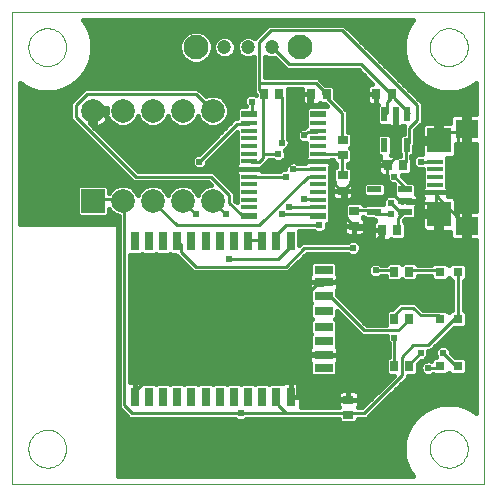
<source format=gtl>
G75*
%MOIN*%
%OFA0B0*%
%FSLAX24Y24*%
%IPPOS*%
%LPD*%
%AMOC8*
5,1,8,0,0,1.08239X$1,22.5*
%
%ADD10C,0.0000*%
%ADD11R,0.0276X0.0354*%
%ADD12R,0.0354X0.0276*%
%ADD13R,0.0531X0.0236*%
%ADD14R,0.0531X0.0157*%
%ADD15R,0.0315X0.0630*%
%ADD16R,0.0630X0.0315*%
%ADD17R,0.0472X0.0217*%
%ADD18R,0.0217X0.0472*%
%ADD19R,0.0748X0.0630*%
%ADD20R,0.0787X0.0827*%
%ADD21R,0.0315X0.0315*%
%ADD22C,0.0472*%
%ADD23C,0.0827*%
%ADD24R,0.0787X0.0787*%
%ADD25C,0.0787*%
%ADD26C,0.0100*%
%ADD27C,0.0240*%
%ADD28C,0.0160*%
D10*
X001361Y001361D02*
X001361Y017109D01*
X017109Y017109D01*
X017109Y001361D01*
X001361Y001361D01*
X001912Y002542D02*
X001914Y002592D01*
X001920Y002642D01*
X001930Y002691D01*
X001944Y002739D01*
X001961Y002786D01*
X001982Y002831D01*
X002007Y002875D01*
X002035Y002916D01*
X002067Y002955D01*
X002101Y002992D01*
X002138Y003026D01*
X002178Y003056D01*
X002220Y003083D01*
X002264Y003107D01*
X002310Y003128D01*
X002357Y003144D01*
X002405Y003157D01*
X002455Y003166D01*
X002504Y003171D01*
X002555Y003172D01*
X002605Y003169D01*
X002654Y003162D01*
X002703Y003151D01*
X002751Y003136D01*
X002797Y003118D01*
X002842Y003096D01*
X002885Y003070D01*
X002926Y003041D01*
X002965Y003009D01*
X003001Y002974D01*
X003033Y002936D01*
X003063Y002896D01*
X003090Y002853D01*
X003113Y002809D01*
X003132Y002763D01*
X003148Y002715D01*
X003160Y002666D01*
X003168Y002617D01*
X003172Y002567D01*
X003172Y002517D01*
X003168Y002467D01*
X003160Y002418D01*
X003148Y002369D01*
X003132Y002321D01*
X003113Y002275D01*
X003090Y002231D01*
X003063Y002188D01*
X003033Y002148D01*
X003001Y002110D01*
X002965Y002075D01*
X002926Y002043D01*
X002885Y002014D01*
X002842Y001988D01*
X002797Y001966D01*
X002751Y001948D01*
X002703Y001933D01*
X002654Y001922D01*
X002605Y001915D01*
X002555Y001912D01*
X002504Y001913D01*
X002455Y001918D01*
X002405Y001927D01*
X002357Y001940D01*
X002310Y001956D01*
X002264Y001977D01*
X002220Y002001D01*
X002178Y002028D01*
X002138Y002058D01*
X002101Y002092D01*
X002067Y002129D01*
X002035Y002168D01*
X002007Y002209D01*
X001982Y002253D01*
X001961Y002298D01*
X001944Y002345D01*
X001930Y002393D01*
X001920Y002442D01*
X001914Y002492D01*
X001912Y002542D01*
X001912Y015928D02*
X001914Y015978D01*
X001920Y016028D01*
X001930Y016077D01*
X001944Y016125D01*
X001961Y016172D01*
X001982Y016217D01*
X002007Y016261D01*
X002035Y016302D01*
X002067Y016341D01*
X002101Y016378D01*
X002138Y016412D01*
X002178Y016442D01*
X002220Y016469D01*
X002264Y016493D01*
X002310Y016514D01*
X002357Y016530D01*
X002405Y016543D01*
X002455Y016552D01*
X002504Y016557D01*
X002555Y016558D01*
X002605Y016555D01*
X002654Y016548D01*
X002703Y016537D01*
X002751Y016522D01*
X002797Y016504D01*
X002842Y016482D01*
X002885Y016456D01*
X002926Y016427D01*
X002965Y016395D01*
X003001Y016360D01*
X003033Y016322D01*
X003063Y016282D01*
X003090Y016239D01*
X003113Y016195D01*
X003132Y016149D01*
X003148Y016101D01*
X003160Y016052D01*
X003168Y016003D01*
X003172Y015953D01*
X003172Y015903D01*
X003168Y015853D01*
X003160Y015804D01*
X003148Y015755D01*
X003132Y015707D01*
X003113Y015661D01*
X003090Y015617D01*
X003063Y015574D01*
X003033Y015534D01*
X003001Y015496D01*
X002965Y015461D01*
X002926Y015429D01*
X002885Y015400D01*
X002842Y015374D01*
X002797Y015352D01*
X002751Y015334D01*
X002703Y015319D01*
X002654Y015308D01*
X002605Y015301D01*
X002555Y015298D01*
X002504Y015299D01*
X002455Y015304D01*
X002405Y015313D01*
X002357Y015326D01*
X002310Y015342D01*
X002264Y015363D01*
X002220Y015387D01*
X002178Y015414D01*
X002138Y015444D01*
X002101Y015478D01*
X002067Y015515D01*
X002035Y015554D01*
X002007Y015595D01*
X001982Y015639D01*
X001961Y015684D01*
X001944Y015731D01*
X001930Y015779D01*
X001920Y015828D01*
X001914Y015878D01*
X001912Y015928D01*
X015298Y015928D02*
X015300Y015978D01*
X015306Y016028D01*
X015316Y016077D01*
X015330Y016125D01*
X015347Y016172D01*
X015368Y016217D01*
X015393Y016261D01*
X015421Y016302D01*
X015453Y016341D01*
X015487Y016378D01*
X015524Y016412D01*
X015564Y016442D01*
X015606Y016469D01*
X015650Y016493D01*
X015696Y016514D01*
X015743Y016530D01*
X015791Y016543D01*
X015841Y016552D01*
X015890Y016557D01*
X015941Y016558D01*
X015991Y016555D01*
X016040Y016548D01*
X016089Y016537D01*
X016137Y016522D01*
X016183Y016504D01*
X016228Y016482D01*
X016271Y016456D01*
X016312Y016427D01*
X016351Y016395D01*
X016387Y016360D01*
X016419Y016322D01*
X016449Y016282D01*
X016476Y016239D01*
X016499Y016195D01*
X016518Y016149D01*
X016534Y016101D01*
X016546Y016052D01*
X016554Y016003D01*
X016558Y015953D01*
X016558Y015903D01*
X016554Y015853D01*
X016546Y015804D01*
X016534Y015755D01*
X016518Y015707D01*
X016499Y015661D01*
X016476Y015617D01*
X016449Y015574D01*
X016419Y015534D01*
X016387Y015496D01*
X016351Y015461D01*
X016312Y015429D01*
X016271Y015400D01*
X016228Y015374D01*
X016183Y015352D01*
X016137Y015334D01*
X016089Y015319D01*
X016040Y015308D01*
X015991Y015301D01*
X015941Y015298D01*
X015890Y015299D01*
X015841Y015304D01*
X015791Y015313D01*
X015743Y015326D01*
X015696Y015342D01*
X015650Y015363D01*
X015606Y015387D01*
X015564Y015414D01*
X015524Y015444D01*
X015487Y015478D01*
X015453Y015515D01*
X015421Y015554D01*
X015393Y015595D01*
X015368Y015639D01*
X015347Y015684D01*
X015330Y015731D01*
X015316Y015779D01*
X015306Y015828D01*
X015300Y015878D01*
X015298Y015928D01*
X015298Y002542D02*
X015300Y002592D01*
X015306Y002642D01*
X015316Y002691D01*
X015330Y002739D01*
X015347Y002786D01*
X015368Y002831D01*
X015393Y002875D01*
X015421Y002916D01*
X015453Y002955D01*
X015487Y002992D01*
X015524Y003026D01*
X015564Y003056D01*
X015606Y003083D01*
X015650Y003107D01*
X015696Y003128D01*
X015743Y003144D01*
X015791Y003157D01*
X015841Y003166D01*
X015890Y003171D01*
X015941Y003172D01*
X015991Y003169D01*
X016040Y003162D01*
X016089Y003151D01*
X016137Y003136D01*
X016183Y003118D01*
X016228Y003096D01*
X016271Y003070D01*
X016312Y003041D01*
X016351Y003009D01*
X016387Y002974D01*
X016419Y002936D01*
X016449Y002896D01*
X016476Y002853D01*
X016499Y002809D01*
X016518Y002763D01*
X016534Y002715D01*
X016546Y002666D01*
X016554Y002617D01*
X016558Y002567D01*
X016558Y002517D01*
X016554Y002467D01*
X016546Y002418D01*
X016534Y002369D01*
X016518Y002321D01*
X016499Y002275D01*
X016476Y002231D01*
X016449Y002188D01*
X016419Y002148D01*
X016387Y002110D01*
X016351Y002075D01*
X016312Y002043D01*
X016271Y002014D01*
X016228Y001988D01*
X016183Y001966D01*
X016137Y001948D01*
X016089Y001933D01*
X016040Y001922D01*
X015991Y001915D01*
X015941Y001912D01*
X015890Y001913D01*
X015841Y001918D01*
X015791Y001927D01*
X015743Y001940D01*
X015696Y001956D01*
X015650Y001977D01*
X015606Y002001D01*
X015564Y002028D01*
X015524Y002058D01*
X015487Y002092D01*
X015453Y002129D01*
X015421Y002168D01*
X015393Y002209D01*
X015368Y002253D01*
X015347Y002298D01*
X015330Y002345D01*
X015316Y002393D01*
X015306Y002442D01*
X015300Y002492D01*
X015298Y002542D01*
D11*
X014609Y005298D03*
X014097Y005298D03*
X014097Y006873D03*
X014609Y006873D03*
X014609Y008448D03*
X014097Y008448D03*
X014215Y009826D03*
X013704Y009826D03*
X013900Y011991D03*
X014412Y011991D03*
X014019Y014353D03*
X013507Y014353D03*
X011853Y014353D03*
X011341Y014353D03*
X010278Y014353D03*
X009767Y014353D03*
D12*
X012385Y012837D03*
X012385Y012326D03*
X012385Y011656D03*
X012385Y011145D03*
X012778Y010475D03*
X012778Y009963D03*
X012582Y004176D03*
X012582Y003664D03*
D13*
X011568Y010288D03*
X009265Y010288D03*
X009265Y013694D03*
X011568Y013694D03*
D14*
X011568Y013399D03*
X011568Y013143D03*
X011568Y012887D03*
X011568Y012631D03*
X011568Y012375D03*
X011568Y012119D03*
X011568Y011863D03*
X011568Y011607D03*
X011568Y011351D03*
X011568Y011095D03*
X011568Y010839D03*
X011568Y010584D03*
X009265Y010584D03*
X009265Y010839D03*
X009265Y011095D03*
X009265Y011351D03*
X009265Y011607D03*
X009265Y011863D03*
X009265Y012119D03*
X009265Y012375D03*
X009265Y012631D03*
X009265Y012887D03*
X009265Y013143D03*
X009265Y013399D03*
X015465Y012109D03*
X015465Y011853D03*
X015465Y011597D03*
X015465Y011341D03*
X015465Y011086D03*
D15*
X010652Y009471D03*
X010180Y009471D03*
X009708Y009471D03*
X009235Y009471D03*
X008763Y009471D03*
X008290Y009471D03*
X007818Y009471D03*
X007345Y009471D03*
X006873Y009471D03*
X006400Y009471D03*
X005928Y009471D03*
X005456Y009471D03*
X005456Y004274D03*
X005928Y004274D03*
X006400Y004274D03*
X006873Y004274D03*
X007345Y004274D03*
X007818Y004274D03*
X008290Y004274D03*
X008763Y004274D03*
X009235Y004274D03*
X009708Y004274D03*
X010180Y004274D03*
X010652Y004274D03*
D16*
X011755Y005250D03*
X011755Y005652D03*
X011755Y006125D03*
X011755Y006597D03*
X011755Y007149D03*
X011755Y007621D03*
X011755Y008093D03*
X011755Y008496D03*
D17*
X013448Y010436D03*
X013448Y011184D03*
X014471Y011184D03*
X014471Y010810D03*
X014471Y010436D03*
D18*
X014530Y012660D03*
X013782Y012660D03*
X013782Y013684D03*
X014156Y013684D03*
X014530Y013684D03*
D19*
X016519Y013211D03*
X016519Y009983D03*
D20*
X015593Y010377D03*
X015593Y012818D03*
D21*
X015633Y008448D03*
X016223Y008448D03*
X016223Y006873D03*
X015633Y006873D03*
X015633Y005298D03*
X016223Y005298D03*
D22*
X010023Y015928D03*
X009235Y015928D03*
X008448Y015928D03*
D23*
X007503Y015928D03*
X010967Y015928D03*
D24*
X004054Y010810D03*
D25*
X005054Y010810D03*
X006054Y010810D03*
X007054Y010810D03*
X008054Y010810D03*
X008054Y013810D03*
X007054Y013810D03*
X006054Y013810D03*
X005054Y013810D03*
X004054Y013810D03*
D26*
X004111Y013736D01*
X004361Y013736D01*
X006236Y011861D01*
X009236Y011861D01*
X009265Y011863D01*
X009361Y011861D01*
X010236Y011861D01*
X010861Y012486D01*
X011236Y012111D01*
X011486Y012111D01*
X011568Y012119D01*
X011611Y012111D01*
X011861Y012111D01*
X011986Y011986D01*
X011986Y011486D01*
X012361Y011111D01*
X012385Y011145D01*
X012486Y011236D01*
X013486Y012236D01*
X013611Y012236D01*
X013486Y012361D01*
X013486Y014236D01*
X013507Y014353D01*
X013861Y014111D02*
X013986Y014236D01*
X014019Y014353D01*
X013986Y014361D01*
X012986Y015361D01*
X010611Y015361D01*
X010111Y015861D01*
X010023Y015928D01*
X009611Y016111D02*
X009611Y014736D01*
X011486Y014736D01*
X011736Y014486D01*
X011736Y014361D01*
X011853Y014353D01*
X011861Y014236D01*
X012361Y013736D01*
X012361Y012861D01*
X012385Y012837D01*
X012361Y012361D02*
X012385Y012326D01*
X012361Y012236D01*
X012361Y011736D01*
X012385Y011656D01*
X012385Y011145D02*
X012486Y011111D01*
X012486Y010236D01*
X012736Y009986D01*
X012778Y009963D01*
X012861Y009861D01*
X013611Y009861D01*
X013704Y009826D01*
X013736Y009736D01*
X012111Y008111D01*
X011861Y008111D01*
X011755Y008093D01*
X011736Y007986D01*
X011486Y007986D01*
X010861Y007361D01*
X010861Y006361D01*
X010861Y005736D01*
X011736Y005736D01*
X011755Y005652D01*
X010861Y005736D02*
X010861Y004736D01*
X005736Y004736D01*
X005486Y004486D01*
X005486Y004361D01*
X005456Y004274D01*
X005111Y003986D02*
X005361Y003736D01*
X008986Y003736D01*
X010486Y003736D01*
X010236Y003986D01*
X010236Y004236D01*
X010180Y004274D01*
X010652Y004274D02*
X010736Y004236D01*
X010861Y004236D01*
X010861Y004736D01*
X010861Y004236D02*
X012486Y004236D01*
X012582Y004176D01*
X012611Y003736D02*
X012582Y003664D01*
X012486Y003736D01*
X010486Y003736D01*
X012611Y003736D02*
X013111Y003736D01*
X014361Y004986D01*
X014361Y005611D01*
X014736Y005986D01*
X015236Y005986D01*
X016111Y006861D01*
X016223Y006873D01*
X016236Y006986D01*
X016236Y008361D01*
X016223Y008448D01*
X015633Y008448D02*
X015611Y008486D01*
X014611Y008486D01*
X014609Y008448D01*
X014097Y008448D02*
X013986Y008486D01*
X013486Y008486D01*
X012736Y009236D02*
X011111Y009236D01*
X010486Y008611D01*
X007486Y008611D01*
X006986Y009111D01*
X006986Y009361D01*
X006873Y009471D01*
X006861Y009986D02*
X006111Y010736D01*
X006054Y010810D01*
X005486Y011611D02*
X003486Y013611D01*
X003486Y013986D01*
X003861Y014361D01*
X007486Y014361D01*
X007986Y013861D01*
X008054Y013810D01*
X008861Y013361D02*
X007611Y012111D01*
X007986Y011611D02*
X005486Y011611D01*
X004986Y010861D02*
X005054Y010810D01*
X005111Y010736D01*
X005111Y003986D01*
X008611Y008861D02*
X010236Y008861D01*
X010736Y009361D01*
X010652Y009471D01*
X010236Y009486D02*
X010180Y009471D01*
X010236Y009486D02*
X010236Y009736D01*
X010486Y009986D01*
X011611Y009986D01*
X011568Y010288D02*
X011486Y010361D01*
X010361Y010361D01*
X010611Y010611D02*
X011486Y010611D01*
X011568Y010584D01*
X011568Y010839D02*
X011486Y010861D01*
X011111Y010861D01*
X011236Y011611D02*
X009611Y009986D01*
X006861Y009986D01*
X007486Y010361D02*
X007111Y010736D01*
X007054Y010810D01*
X008054Y010810D02*
X008111Y010736D01*
X008486Y010361D01*
X008611Y010736D02*
X008611Y010986D01*
X007986Y011611D01*
X008611Y010736D02*
X008986Y010361D01*
X009236Y010361D01*
X009265Y010288D01*
X009236Y009486D02*
X009235Y009471D01*
X009236Y009486D02*
X009611Y009486D01*
X009708Y009471D01*
X009361Y011611D02*
X009265Y011607D01*
X009361Y011611D02*
X010486Y011611D01*
X010736Y011861D02*
X011486Y011861D01*
X011568Y011863D01*
X011568Y011607D02*
X011486Y011611D01*
X011236Y011611D01*
X011568Y012375D02*
X011611Y012361D01*
X012361Y012361D01*
X011568Y013143D02*
X011486Y013111D01*
X011236Y013111D01*
X011111Y012986D01*
X010861Y012486D02*
X010861Y013611D01*
X011236Y013986D01*
X011236Y014236D01*
X011341Y014353D01*
X010361Y014236D02*
X010278Y014353D01*
X010361Y014236D02*
X010361Y012736D01*
X010236Y012361D02*
X009736Y012361D01*
X009736Y014236D01*
X009767Y014353D01*
X009736Y014361D01*
X009611Y014486D01*
X009611Y014736D01*
X009361Y014111D02*
X009361Y013736D01*
X009265Y013694D01*
X009265Y013399D02*
X009236Y013361D01*
X008861Y013361D01*
X009736Y012361D02*
X009736Y012236D01*
X009611Y012111D01*
X009361Y012111D01*
X009265Y012119D01*
X012778Y010475D02*
X012861Y010486D01*
X013361Y010486D01*
X013448Y010436D01*
X013486Y010361D01*
X013986Y010361D01*
X014236Y010236D02*
X014236Y009861D01*
X014215Y009826D01*
X014236Y010236D02*
X014361Y010361D01*
X014471Y010436D01*
X014361Y010361D02*
X013986Y010736D01*
X014361Y010736D02*
X014471Y010810D01*
X014486Y010736D01*
X015486Y010736D01*
X015593Y010377D01*
X015486Y010486D01*
X015486Y010736D01*
X015486Y010986D01*
X016236Y010236D01*
X016519Y009983D01*
X016486Y009986D01*
X016236Y010236D01*
X016236Y012611D01*
X016236Y013111D01*
X016519Y013211D01*
X016486Y013111D01*
X016236Y013111D01*
X015861Y013111D01*
X015611Y012861D01*
X015593Y012818D01*
X015465Y012109D02*
X015361Y012111D01*
X014986Y012111D01*
X014486Y012111D02*
X014486Y012611D01*
X014530Y012660D01*
X014611Y012736D01*
X014611Y013236D01*
X014861Y013486D01*
X014861Y013986D01*
X012361Y016486D01*
X009986Y016486D01*
X009611Y016111D01*
X013611Y012236D02*
X013861Y011986D01*
X013900Y011991D01*
X013986Y012111D01*
X014111Y012236D01*
X014111Y013611D01*
X014156Y013684D01*
X013861Y013736D02*
X013782Y013684D01*
X013861Y013736D02*
X013861Y014111D01*
X014111Y014236D02*
X014019Y014353D01*
X014111Y014236D02*
X014611Y013736D01*
X014530Y013684D01*
X014486Y012111D02*
X014412Y011991D01*
X014111Y011611D02*
X014486Y011236D01*
X014471Y011184D01*
X014361Y010736D02*
X013861Y011236D01*
X013861Y011986D01*
X015465Y011086D02*
X015486Y011111D01*
X015486Y010986D01*
X011861Y007736D02*
X011755Y007621D01*
X011861Y007736D02*
X013111Y006486D01*
X014236Y006486D01*
X014486Y006736D01*
X014486Y006861D01*
X014609Y006873D01*
X014736Y007236D02*
X014361Y007236D01*
X014111Y006986D01*
X014097Y006873D01*
X014736Y007236D02*
X014986Y006986D01*
X015611Y006986D01*
X015633Y006873D01*
X015736Y005736D02*
X016111Y005361D01*
X016223Y005298D01*
X015633Y005298D02*
X015611Y005236D01*
X015236Y005236D01*
X014986Y005736D02*
X014611Y005361D01*
X014609Y005298D01*
X014111Y005361D02*
X014097Y005298D01*
X014111Y005361D02*
X014111Y006236D01*
X004986Y010861D02*
X004111Y010861D01*
X004054Y010810D01*
D27*
X007486Y010361D03*
X008486Y010361D03*
X008611Y008861D03*
X010361Y010361D03*
X010611Y010611D03*
X011111Y010861D03*
X010486Y011611D03*
X010736Y011861D03*
X010236Y012361D03*
X010361Y012736D03*
X011111Y012986D03*
X009361Y014111D03*
X007611Y012111D03*
X011611Y009986D03*
X012736Y009236D03*
X013486Y008486D03*
X013986Y010361D03*
X013986Y010736D03*
X014111Y011611D03*
X014986Y012111D03*
X016236Y012611D03*
X010861Y006361D03*
X008986Y003736D03*
X014111Y006236D03*
X014986Y005736D03*
X015236Y005236D03*
X015736Y005736D03*
D28*
X015996Y005745D02*
X015996Y005788D01*
X015957Y005883D01*
X015883Y005957D01*
X015788Y005996D01*
X015684Y005996D01*
X015589Y005957D01*
X015516Y005883D01*
X015476Y005788D01*
X015476Y005684D01*
X015513Y005596D01*
X015417Y005596D01*
X015335Y005514D01*
X015335Y005476D01*
X015288Y005496D01*
X015184Y005496D01*
X015089Y005457D01*
X015016Y005383D01*
X014976Y005288D01*
X014976Y005184D01*
X015016Y005089D01*
X015089Y005016D01*
X015184Y004976D01*
X015288Y004976D01*
X015383Y005016D01*
X015393Y005025D01*
X015417Y005001D01*
X015848Y005001D01*
X015928Y005080D01*
X016008Y005001D01*
X016439Y005001D01*
X016521Y005083D01*
X016521Y005514D01*
X016439Y005596D01*
X016145Y005596D01*
X015996Y005745D01*
X015991Y005799D02*
X016829Y005799D01*
X016829Y005641D02*
X016100Y005641D01*
X015881Y005958D02*
X016829Y005958D01*
X016829Y006116D02*
X015635Y006116D01*
X015591Y005958D02*
X015476Y005958D01*
X015426Y005907D02*
X016094Y006575D01*
X016439Y006575D01*
X016521Y006657D01*
X016521Y007088D01*
X016439Y007170D01*
X016426Y007170D01*
X016426Y008150D01*
X016439Y008150D01*
X016521Y008232D01*
X016521Y008663D01*
X016439Y008745D01*
X016008Y008745D01*
X015928Y008665D01*
X015848Y008745D01*
X015417Y008745D01*
X015348Y008676D01*
X014887Y008676D01*
X014887Y008683D01*
X014805Y008765D01*
X014413Y008765D01*
X014353Y008705D01*
X014293Y008765D01*
X013902Y008765D01*
X013820Y008683D01*
X013820Y008676D01*
X013664Y008676D01*
X013633Y008707D01*
X013538Y008746D01*
X013434Y008746D01*
X013339Y008707D01*
X013266Y008633D01*
X013226Y008538D01*
X013226Y008434D01*
X013266Y008339D01*
X013339Y008266D01*
X013434Y008226D01*
X013538Y008226D01*
X013633Y008266D01*
X013664Y008296D01*
X013820Y008296D01*
X013820Y008213D01*
X013902Y008131D01*
X014293Y008131D01*
X014353Y008191D01*
X014413Y008131D01*
X014805Y008131D01*
X014887Y008213D01*
X014887Y008296D01*
X015335Y008296D01*
X015335Y008232D01*
X015417Y008150D01*
X015848Y008150D01*
X015928Y008230D01*
X016008Y008150D01*
X016046Y008150D01*
X016046Y007170D01*
X016008Y007170D01*
X015928Y007091D01*
X015848Y007170D01*
X015696Y007170D01*
X015690Y007176D01*
X015669Y007176D01*
X015653Y007188D01*
X015593Y007176D01*
X015065Y007176D01*
X014926Y007315D01*
X014815Y007426D01*
X014282Y007426D01*
X014046Y007190D01*
X013902Y007190D01*
X013820Y007108D01*
X013820Y006676D01*
X013190Y006676D01*
X012210Y007656D01*
X012210Y007821D01*
X012214Y007825D01*
X012237Y007866D01*
X012250Y007912D01*
X012250Y008093D01*
X011755Y008093D01*
X011755Y008093D01*
X012250Y008093D01*
X012250Y008275D01*
X012237Y008320D01*
X012214Y008361D01*
X012210Y008365D01*
X012210Y008711D01*
X012128Y008793D01*
X011382Y008793D01*
X011300Y008711D01*
X011300Y008365D01*
X011296Y008361D01*
X011272Y008320D01*
X011260Y008275D01*
X011260Y008093D01*
X011260Y007912D01*
X011272Y007866D01*
X011296Y007825D01*
X011300Y007821D01*
X011300Y007405D01*
X011321Y007385D01*
X011300Y007364D01*
X011300Y006933D01*
X011360Y006873D01*
X011300Y006813D01*
X011300Y006382D01*
X011321Y006361D01*
X011300Y006340D01*
X011300Y005924D01*
X011296Y005920D01*
X011272Y005879D01*
X011260Y005834D01*
X011260Y005652D01*
X011260Y005471D01*
X011272Y005425D01*
X011296Y005384D01*
X011300Y005380D01*
X011300Y005035D01*
X011382Y004953D01*
X012128Y004953D01*
X012210Y005035D01*
X012210Y005380D01*
X012214Y005384D01*
X012237Y005425D01*
X012250Y005471D01*
X012250Y005652D01*
X011755Y005652D01*
X011755Y005652D01*
X012250Y005652D01*
X012250Y005834D01*
X012237Y005879D01*
X012214Y005920D01*
X012210Y005924D01*
X012210Y006340D01*
X012189Y006361D01*
X012210Y006382D01*
X012210Y006813D01*
X012150Y006873D01*
X012210Y006933D01*
X012210Y007119D01*
X013032Y006296D01*
X013855Y006296D01*
X013851Y006288D01*
X013851Y006184D01*
X013891Y006089D01*
X013921Y006058D01*
X013921Y005615D01*
X013902Y005615D01*
X013820Y005533D01*
X013820Y005063D01*
X013902Y004981D01*
X014087Y004981D01*
X013032Y003926D01*
X012901Y003926D01*
X012903Y003928D01*
X012926Y003969D01*
X012939Y004015D01*
X012939Y004176D01*
X012582Y004176D01*
X012582Y004176D01*
X012939Y004176D01*
X012939Y004338D01*
X012926Y004383D01*
X012903Y004424D01*
X012869Y004458D01*
X012828Y004482D01*
X012782Y004494D01*
X012582Y004494D01*
X012582Y004176D01*
X012582Y004176D01*
X012582Y004494D01*
X012381Y004494D01*
X012335Y004482D01*
X012294Y004458D01*
X012260Y004424D01*
X012237Y004383D01*
X012224Y004338D01*
X012224Y004176D01*
X012224Y004015D01*
X012237Y003969D01*
X012260Y003928D01*
X012262Y003926D01*
X010987Y003926D01*
X010990Y003936D01*
X010990Y004274D01*
X010652Y004274D01*
X010652Y004274D01*
X010652Y004275D02*
X010652Y004769D01*
X010471Y004769D01*
X010425Y004757D01*
X010384Y004733D01*
X010380Y004729D01*
X009965Y004729D01*
X009944Y004709D01*
X009923Y004729D01*
X009492Y004729D01*
X009471Y004709D01*
X009451Y004729D01*
X009020Y004729D01*
X008999Y004709D01*
X008978Y004729D01*
X008547Y004729D01*
X008526Y004709D01*
X008506Y004729D01*
X008075Y004729D01*
X008054Y004709D01*
X008033Y004729D01*
X007602Y004729D01*
X007582Y004709D01*
X007561Y004729D01*
X007130Y004729D01*
X007109Y004709D01*
X007088Y004729D01*
X006657Y004729D01*
X006637Y004709D01*
X006616Y004729D01*
X006185Y004729D01*
X006164Y004709D01*
X006144Y004729D01*
X005728Y004729D01*
X005724Y004733D01*
X005683Y004757D01*
X005637Y004769D01*
X005456Y004769D01*
X005456Y004275D01*
X005456Y004275D01*
X005456Y004769D01*
X005301Y004769D01*
X005301Y009016D01*
X005671Y009016D01*
X005692Y009037D01*
X005713Y009016D01*
X006144Y009016D01*
X006164Y009037D01*
X006185Y009016D01*
X006616Y009016D01*
X006637Y009037D01*
X006657Y009016D01*
X006812Y009016D01*
X006907Y008921D01*
X007407Y008421D01*
X010565Y008421D01*
X010676Y008532D01*
X011190Y009046D01*
X012558Y009046D01*
X012589Y009016D01*
X012684Y008976D01*
X012788Y008976D01*
X012883Y009016D01*
X012957Y009089D01*
X012996Y009184D01*
X012996Y009288D01*
X012957Y009383D01*
X012883Y009457D01*
X012788Y009496D01*
X012684Y009496D01*
X012589Y009457D01*
X012558Y009426D01*
X011032Y009426D01*
X010950Y009344D01*
X010950Y009796D01*
X011433Y009796D01*
X011464Y009766D01*
X011559Y009726D01*
X011663Y009726D01*
X011758Y009766D01*
X011832Y009839D01*
X011871Y009934D01*
X011871Y010030D01*
X011892Y010030D01*
X011974Y010112D01*
X011974Y011926D01*
X011978Y011930D01*
X012001Y011971D01*
X012014Y012017D01*
X012014Y012119D01*
X012014Y012171D01*
X012068Y012171D01*
X012068Y012130D01*
X012150Y012048D01*
X012171Y012048D01*
X012171Y011934D01*
X012150Y011934D01*
X012068Y011852D01*
X012068Y011461D01*
X012100Y011428D01*
X012097Y011426D01*
X012064Y011393D01*
X012040Y011352D01*
X012028Y011306D01*
X012028Y011145D01*
X012385Y011145D01*
X012742Y011145D01*
X012742Y011306D01*
X012730Y011352D01*
X012706Y011393D01*
X012672Y011426D01*
X012669Y011428D01*
X012702Y011461D01*
X012702Y011852D01*
X012620Y011934D01*
X012551Y011934D01*
X012551Y012048D01*
X012620Y012048D01*
X012702Y012130D01*
X012702Y012521D01*
X012642Y012582D01*
X012702Y012642D01*
X012702Y013033D01*
X012620Y013115D01*
X012551Y013115D01*
X012551Y013815D01*
X012131Y014235D01*
X012131Y014588D01*
X012049Y014670D01*
X011821Y014670D01*
X011676Y014815D01*
X011565Y014926D01*
X009801Y014926D01*
X009801Y015617D01*
X009809Y015609D01*
X009948Y015552D01*
X010097Y015552D01*
X010136Y015568D01*
X010532Y015171D01*
X012907Y015171D01*
X013368Y014710D01*
X013345Y014710D01*
X013299Y014698D01*
X013258Y014674D01*
X013225Y014641D01*
X013201Y014600D01*
X013189Y014554D01*
X013189Y014353D01*
X013189Y014152D01*
X013201Y014107D01*
X013225Y014066D01*
X013258Y014032D01*
X013299Y014008D01*
X013345Y013996D01*
X013507Y013996D01*
X013552Y013996D01*
X013534Y013978D01*
X013534Y013390D01*
X013616Y013308D01*
X013934Y013308D01*
X013938Y013304D01*
X013979Y013280D01*
X014024Y013268D01*
X014156Y013268D01*
X014156Y013684D01*
X014156Y013684D01*
X014156Y013268D01*
X014288Y013268D01*
X014334Y013280D01*
X014375Y013304D01*
X014379Y013308D01*
X014421Y013308D01*
X014421Y013037D01*
X014364Y013037D01*
X014282Y012955D01*
X014282Y012366D01*
X014296Y012352D01*
X014296Y012308D01*
X014216Y012308D01*
X014184Y012276D01*
X014182Y012279D01*
X014149Y012312D01*
X014108Y012336D01*
X014062Y012348D01*
X014013Y012348D01*
X014031Y012366D01*
X014031Y012955D01*
X013949Y013037D01*
X013616Y013037D01*
X013534Y012955D01*
X013534Y012366D01*
X013616Y012284D01*
X013624Y012284D01*
X013619Y012279D01*
X013595Y012238D01*
X013583Y012192D01*
X013583Y011991D01*
X013583Y011790D01*
X013595Y011744D01*
X013619Y011703D01*
X013652Y011670D01*
X013693Y011646D01*
X013739Y011634D01*
X013851Y011634D01*
X013851Y011559D01*
X013891Y011464D01*
X013964Y011391D01*
X014059Y011351D01*
X014096Y011351D01*
X014095Y011350D01*
X014095Y011033D01*
X014091Y011029D01*
X014067Y010988D01*
X014066Y010984D01*
X014038Y010996D01*
X013934Y010996D01*
X013839Y010957D01*
X013766Y010883D01*
X013726Y010788D01*
X013726Y010684D01*
X013398Y010684D01*
X013388Y010690D01*
X013367Y010684D01*
X013154Y010684D01*
X013145Y010676D01*
X013091Y010676D01*
X013014Y010753D01*
X012543Y010753D01*
X012461Y010671D01*
X012461Y010279D01*
X012494Y010247D01*
X012491Y010245D01*
X012457Y010212D01*
X012434Y010171D01*
X012421Y010125D01*
X012421Y009963D01*
X012421Y009802D01*
X012434Y009756D01*
X012457Y009715D01*
X012491Y009682D01*
X012532Y009658D01*
X012578Y009646D01*
X012778Y009646D01*
X012778Y009963D01*
X012778Y009963D01*
X012421Y009963D01*
X012778Y009963D01*
X012778Y009963D01*
X012778Y009646D01*
X012979Y009646D01*
X013025Y009658D01*
X013066Y009682D01*
X013100Y009715D01*
X013123Y009756D01*
X013136Y009802D01*
X013136Y009963D01*
X012778Y009963D01*
X012778Y009963D01*
X013136Y009963D01*
X013136Y010125D01*
X013123Y010171D01*
X013100Y010212D01*
X013066Y010245D01*
X013063Y010247D01*
X013079Y010263D01*
X013154Y010188D01*
X013391Y010188D01*
X013407Y010171D01*
X013456Y010171D01*
X013483Y010163D01*
X013455Y010147D01*
X013422Y010113D01*
X013398Y010072D01*
X013386Y010027D01*
X013386Y009826D01*
X013704Y009826D01*
X013704Y009469D01*
X013865Y009469D01*
X013911Y009481D01*
X013952Y009504D01*
X013985Y009538D01*
X013987Y009541D01*
X014020Y009509D01*
X014411Y009509D01*
X014493Y009591D01*
X014493Y010061D01*
X014426Y010128D01*
X014426Y010157D01*
X014456Y010188D01*
X014766Y010188D01*
X014848Y010270D01*
X014848Y010587D01*
X014852Y010591D01*
X014875Y010632D01*
X014888Y010678D01*
X014888Y010810D01*
X014888Y010942D01*
X014875Y010988D01*
X014852Y011029D01*
X014848Y011033D01*
X014848Y011350D01*
X014766Y011432D01*
X014559Y011432D01*
X014371Y011620D01*
X014371Y011663D01*
X014367Y011674D01*
X014608Y011674D01*
X014690Y011756D01*
X014690Y012226D01*
X014676Y012240D01*
X014676Y012284D01*
X014697Y012284D01*
X014779Y012366D01*
X014779Y012633D01*
X014799Y012651D01*
X014799Y012655D01*
X014801Y012657D01*
X014801Y012733D01*
X014803Y012809D01*
X014801Y012811D01*
X014801Y013157D01*
X014940Y013296D01*
X015051Y013407D01*
X015161Y013407D01*
X015176Y013411D02*
X015130Y013399D01*
X015089Y013375D01*
X015056Y013342D01*
X015032Y013301D01*
X015020Y013255D01*
X015020Y012898D01*
X015513Y012898D01*
X015513Y012738D01*
X015020Y012738D01*
X015020Y012381D01*
X015022Y012371D01*
X014934Y012371D01*
X014839Y012332D01*
X014766Y012258D01*
X014726Y012163D01*
X014726Y012059D01*
X014766Y011964D01*
X014839Y011891D01*
X014934Y011851D01*
X015038Y011851D01*
X015060Y011860D01*
X015060Y011716D01*
X015060Y011279D01*
X015056Y011275D01*
X015032Y011234D01*
X015020Y011188D01*
X014848Y011188D01*
X014851Y011030D02*
X015020Y011030D01*
X015020Y010983D02*
X015032Y010937D01*
X015054Y010899D01*
X015032Y010860D01*
X015020Y010814D01*
X015020Y010457D01*
X015513Y010457D01*
X015513Y010297D01*
X015020Y010297D01*
X015020Y009940D01*
X015032Y009894D01*
X015056Y009853D01*
X015089Y009819D01*
X015130Y009796D01*
X015176Y009783D01*
X015513Y009783D01*
X015513Y010297D01*
X015673Y010297D01*
X015673Y009783D01*
X015965Y009783D01*
X015965Y009644D01*
X015977Y009599D01*
X016001Y009558D01*
X016034Y009524D01*
X016075Y009500D01*
X016121Y009488D01*
X016441Y009488D01*
X016441Y009906D01*
X016596Y009906D01*
X016596Y009488D01*
X016829Y009488D01*
X016829Y003747D01*
X016786Y003780D01*
X016783Y003790D01*
X016743Y003811D01*
X016708Y003838D01*
X016697Y003836D01*
X016601Y003889D01*
X016596Y003899D01*
X016555Y003914D01*
X016515Y003936D01*
X016505Y003933D01*
X016402Y003971D01*
X016396Y003980D01*
X016353Y003989D01*
X016311Y004005D01*
X016302Y004001D01*
X016194Y004024D01*
X016187Y004032D01*
X016143Y004035D01*
X016099Y004045D01*
X016090Y004039D01*
X015980Y004047D01*
X015972Y004054D01*
X015928Y004050D01*
X015884Y004054D01*
X015876Y004047D01*
X015766Y004039D01*
X015757Y004045D01*
X015713Y004035D01*
X015669Y004032D01*
X015662Y004024D01*
X015554Y004001D01*
X015545Y004005D01*
X015503Y003989D01*
X015460Y003980D01*
X015454Y003971D01*
X015351Y003933D01*
X015341Y003936D01*
X015301Y003914D01*
X015260Y003899D01*
X015255Y003889D01*
X015159Y003836D01*
X015148Y003838D01*
X015113Y003811D01*
X015073Y003790D01*
X015071Y003780D01*
X014982Y003714D01*
X014972Y003714D01*
X014940Y003682D01*
X014905Y003655D01*
X014903Y003645D01*
X014825Y003567D01*
X014815Y003566D01*
X014788Y003530D01*
X014757Y003498D01*
X014757Y003488D01*
X014691Y003400D01*
X014681Y003397D01*
X014659Y003358D01*
X014632Y003322D01*
X014634Y003312D01*
X014581Y003215D01*
X014572Y003211D01*
X014556Y003169D01*
X014535Y003130D01*
X014538Y003120D01*
X014499Y003016D01*
X014490Y003011D01*
X014481Y002967D01*
X014465Y002925D01*
X014470Y002916D01*
X014446Y002808D01*
X014438Y002801D01*
X014435Y002757D01*
X014426Y002713D01*
X014431Y002704D01*
X014423Y002595D01*
X014417Y002587D01*
X014420Y002542D01*
X014417Y002498D01*
X014423Y002490D01*
X014431Y002380D01*
X014426Y002371D01*
X014435Y002328D01*
X014438Y002283D01*
X014446Y002276D01*
X014470Y002169D01*
X014465Y002159D01*
X014481Y002117D01*
X014490Y002074D01*
X014499Y002068D01*
X014538Y001965D01*
X014535Y001955D01*
X014556Y001916D01*
X014572Y001874D01*
X014581Y001870D01*
X014634Y001773D01*
X014632Y001762D01*
X014659Y001727D01*
X014681Y001688D01*
X014691Y001685D01*
X014723Y001641D01*
X004904Y001641D01*
X004904Y010023D01*
X001641Y010023D01*
X001641Y014723D01*
X001685Y014691D01*
X001688Y014681D01*
X001727Y014659D01*
X001762Y014632D01*
X001773Y014634D01*
X001870Y014581D01*
X001874Y014572D01*
X001916Y014556D01*
X001955Y014535D01*
X001965Y014538D01*
X002068Y014499D01*
X002074Y014490D01*
X002117Y014481D01*
X002159Y014465D01*
X002169Y014470D01*
X002276Y014446D01*
X002283Y014438D01*
X002328Y014435D01*
X002371Y014426D01*
X002380Y014431D01*
X002490Y014423D01*
X002498Y014417D01*
X002542Y014420D01*
X002587Y014417D01*
X002595Y014423D01*
X002704Y014431D01*
X002713Y014426D01*
X002757Y014435D01*
X002801Y014438D01*
X002808Y014446D01*
X002916Y014470D01*
X002925Y014465D01*
X002967Y014481D01*
X003011Y014490D01*
X003016Y014499D01*
X003120Y014538D01*
X003130Y014535D01*
X003169Y014556D01*
X003211Y014572D01*
X003215Y014581D01*
X003312Y014634D01*
X003322Y014632D01*
X003358Y014659D01*
X003397Y014681D01*
X003400Y014691D01*
X003488Y014757D01*
X003498Y014757D01*
X003530Y014788D01*
X003566Y014815D01*
X003567Y014825D01*
X003645Y014903D01*
X003655Y014905D01*
X003682Y014940D01*
X003714Y014972D01*
X003714Y014982D01*
X003780Y015071D01*
X003790Y015073D01*
X003811Y015113D01*
X003838Y015148D01*
X003836Y015159D01*
X003889Y015255D01*
X003899Y015260D01*
X003914Y015301D01*
X003936Y015341D01*
X003933Y015351D01*
X003971Y015454D01*
X003980Y015460D01*
X003989Y015503D01*
X004005Y015545D01*
X004001Y015554D01*
X004024Y015662D01*
X004032Y015669D01*
X004035Y015713D01*
X004045Y015757D01*
X004039Y015766D01*
X004047Y015876D01*
X004054Y015884D01*
X004050Y015928D01*
X004054Y015972D01*
X004047Y015980D01*
X004039Y016090D01*
X004045Y016099D01*
X004035Y016143D01*
X004032Y016187D01*
X004024Y016194D01*
X004001Y016302D01*
X004005Y016311D01*
X003989Y016353D01*
X003980Y016396D01*
X003971Y016402D01*
X003933Y016505D01*
X003936Y016515D01*
X003914Y016555D01*
X003899Y016596D01*
X003889Y016601D01*
X003836Y016697D01*
X003838Y016708D01*
X003811Y016743D01*
X003790Y016783D01*
X003780Y016786D01*
X003747Y016829D01*
X014723Y016829D01*
X014691Y016786D01*
X014681Y016783D01*
X014659Y016743D01*
X014632Y016708D01*
X014634Y016697D01*
X014581Y016601D01*
X014572Y016596D01*
X014556Y016555D01*
X014535Y016515D01*
X014538Y016505D01*
X014499Y016402D01*
X014490Y016396D01*
X014481Y016353D01*
X014465Y016311D01*
X014470Y016302D01*
X014446Y016194D01*
X014438Y016187D01*
X014435Y016143D01*
X014426Y016099D01*
X014431Y016090D01*
X014423Y015980D01*
X014417Y015972D01*
X014420Y015928D01*
X014417Y015884D01*
X014423Y015876D01*
X014431Y015766D01*
X014426Y015757D01*
X014435Y015713D01*
X014438Y015669D01*
X014446Y015662D01*
X014470Y015554D01*
X014465Y015545D01*
X014481Y015503D01*
X014490Y015460D01*
X014499Y015454D01*
X014538Y015351D01*
X014535Y015341D01*
X014556Y015301D01*
X014572Y015260D01*
X014581Y015255D01*
X014634Y015159D01*
X014632Y015148D01*
X014659Y015113D01*
X014681Y015073D01*
X014691Y015071D01*
X014757Y014982D01*
X014757Y014972D01*
X014788Y014940D01*
X014815Y014905D01*
X014825Y014903D01*
X014903Y014825D01*
X014905Y014815D01*
X014940Y014788D01*
X014972Y014757D01*
X014982Y014757D01*
X015071Y014691D01*
X015073Y014681D01*
X015113Y014659D01*
X015148Y014632D01*
X015159Y014634D01*
X015255Y014581D01*
X015260Y014572D01*
X015301Y014556D01*
X015341Y014535D01*
X015351Y014538D01*
X015454Y014499D01*
X015460Y014490D01*
X015503Y014481D01*
X015545Y014465D01*
X015554Y014470D01*
X015662Y014446D01*
X015669Y014438D01*
X015713Y014435D01*
X015757Y014426D01*
X015766Y014431D01*
X015876Y014423D01*
X015884Y014417D01*
X015928Y014420D01*
X015972Y014417D01*
X015980Y014423D01*
X016090Y014431D01*
X016099Y014426D01*
X016143Y014435D01*
X016187Y014438D01*
X016194Y014446D01*
X016302Y014470D01*
X016311Y014465D01*
X016353Y014481D01*
X016396Y014490D01*
X016402Y014499D01*
X016505Y014538D01*
X016515Y014535D01*
X016555Y014556D01*
X016596Y014572D01*
X016601Y014581D01*
X016697Y014634D01*
X016708Y014632D01*
X016743Y014659D01*
X016783Y014681D01*
X016786Y014691D01*
X016829Y014723D01*
X016829Y013706D01*
X016596Y013706D01*
X016596Y013289D01*
X016441Y013289D01*
X016441Y013706D01*
X016121Y013706D01*
X016075Y013694D01*
X016034Y013670D01*
X016001Y013637D01*
X015977Y013596D01*
X015965Y013550D01*
X015965Y013411D01*
X015673Y013411D01*
X015673Y012898D01*
X015513Y012898D01*
X015513Y013411D01*
X015176Y013411D01*
X015051Y013407D02*
X015051Y014065D01*
X012551Y016565D01*
X012440Y016676D01*
X009907Y016676D01*
X009532Y016301D01*
X009463Y016232D01*
X009448Y016247D01*
X009310Y016304D01*
X009160Y016304D01*
X009022Y016247D01*
X008916Y016141D01*
X008859Y016003D01*
X008859Y015853D01*
X008916Y015715D01*
X009022Y015609D01*
X009160Y015552D01*
X009310Y015552D01*
X009421Y015598D01*
X009421Y014407D01*
X009489Y014340D01*
X009489Y014340D01*
X009413Y014371D01*
X009309Y014371D01*
X009214Y014332D01*
X009141Y014258D01*
X009101Y014163D01*
X009101Y014059D01*
X009141Y013964D01*
X009153Y013952D01*
X008941Y013952D01*
X008859Y013870D01*
X008859Y013551D01*
X008782Y013551D01*
X007602Y012371D01*
X007559Y012371D01*
X007464Y012332D01*
X007391Y012258D01*
X007351Y012163D01*
X007351Y012059D01*
X007391Y011964D01*
X007464Y011891D01*
X007559Y011851D01*
X007663Y011851D01*
X007758Y011891D01*
X007832Y011964D01*
X007871Y012059D01*
X007871Y012102D01*
X008859Y013090D01*
X008859Y013090D01*
X008859Y012056D01*
X008855Y012052D01*
X008831Y012011D01*
X008819Y011966D01*
X008819Y011863D01*
X008819Y011761D01*
X008831Y011715D01*
X008855Y011674D01*
X008859Y011670D01*
X008859Y010757D01*
X008801Y010815D01*
X008801Y011065D01*
X008176Y011690D01*
X008065Y011801D01*
X005565Y011801D01*
X003974Y013392D01*
X003974Y013730D01*
X004134Y013730D01*
X004134Y013890D01*
X004520Y013890D01*
X004520Y013730D01*
X004134Y013730D01*
X004134Y013242D01*
X004188Y013250D01*
X004274Y013278D01*
X004355Y013319D01*
X004428Y013372D01*
X004492Y013436D01*
X004545Y013509D01*
X004576Y013570D01*
X004602Y013508D01*
X004752Y013357D01*
X004948Y013276D01*
X005160Y013276D01*
X005356Y013357D01*
X005506Y013508D01*
X005554Y013622D01*
X005602Y013508D01*
X005752Y013357D01*
X005948Y013276D01*
X006160Y013276D01*
X006356Y013357D01*
X006506Y013508D01*
X006554Y013622D01*
X006602Y013508D01*
X006752Y013357D01*
X006948Y013276D01*
X007160Y013276D01*
X007356Y013357D01*
X007506Y013508D01*
X007554Y013622D01*
X007602Y013508D01*
X007752Y013357D01*
X007948Y013276D01*
X008160Y013276D01*
X008356Y013357D01*
X008506Y013508D01*
X008588Y013704D01*
X008588Y013916D01*
X008506Y014112D01*
X008356Y014262D01*
X008160Y014344D01*
X007948Y014344D01*
X007824Y014292D01*
X007565Y014551D01*
X003782Y014551D01*
X003671Y014440D01*
X003296Y014065D01*
X003296Y013532D01*
X003407Y013421D01*
X005407Y011421D01*
X007907Y011421D01*
X007985Y011344D01*
X007948Y011344D01*
X007752Y011262D01*
X007602Y011112D01*
X007554Y010997D01*
X007506Y011112D01*
X007356Y011262D01*
X007160Y011344D01*
X006948Y011344D01*
X006752Y011262D01*
X006602Y011112D01*
X006554Y010997D01*
X006506Y011112D01*
X006356Y011262D01*
X006160Y011344D01*
X005948Y011344D01*
X005752Y011262D01*
X005602Y011112D01*
X005554Y010997D01*
X005506Y011112D01*
X005356Y011262D01*
X005160Y011344D01*
X004948Y011344D01*
X004752Y011262D01*
X004602Y011112D01*
X004588Y011079D01*
X004588Y011262D01*
X004506Y011344D01*
X003602Y011344D01*
X003520Y011262D01*
X003520Y010358D01*
X003602Y010276D01*
X004506Y010276D01*
X004588Y010358D01*
X004588Y010541D01*
X004602Y010508D01*
X004752Y010357D01*
X004921Y010287D01*
X004921Y003907D01*
X005171Y003657D01*
X005282Y003546D01*
X008808Y003546D01*
X008839Y003516D01*
X008934Y003476D01*
X009038Y003476D01*
X009133Y003516D01*
X009164Y003546D01*
X012264Y003546D01*
X012264Y003468D01*
X012346Y003386D01*
X012817Y003386D01*
X012899Y003468D01*
X012899Y003546D01*
X013190Y003546D01*
X013301Y003657D01*
X014551Y004907D01*
X014551Y004981D01*
X014805Y004981D01*
X014887Y005063D01*
X014887Y005368D01*
X014995Y005476D01*
X015038Y005476D01*
X015133Y005516D01*
X015207Y005589D01*
X015246Y005684D01*
X015246Y005788D01*
X015243Y005796D01*
X015315Y005796D01*
X015426Y005907D01*
X015481Y005799D02*
X015318Y005799D01*
X015228Y005641D02*
X015494Y005641D01*
X015335Y005482D02*
X015322Y005482D01*
X015151Y005482D02*
X015052Y005482D01*
X014991Y005324D02*
X014887Y005324D01*
X014887Y005165D02*
X014984Y005165D01*
X015111Y005007D02*
X014831Y005007D01*
X014492Y004848D02*
X016829Y004848D01*
X016829Y004690D02*
X014333Y004690D01*
X014175Y004531D02*
X016829Y004531D01*
X016829Y004373D02*
X014016Y004373D01*
X013858Y004214D02*
X016829Y004214D01*
X016829Y004056D02*
X013699Y004056D01*
X013541Y003897D02*
X015259Y003897D01*
X015016Y003739D02*
X013382Y003739D01*
X013224Y003580D02*
X014838Y003580D01*
X014707Y003422D02*
X012852Y003422D01*
X012311Y003422D02*
X004904Y003422D01*
X004904Y003580D02*
X005248Y003580D01*
X005090Y003739D02*
X004904Y003739D01*
X004904Y003897D02*
X004931Y003897D01*
X004921Y004056D02*
X004904Y004056D01*
X004904Y004214D02*
X004921Y004214D01*
X004904Y004373D02*
X004921Y004373D01*
X004904Y004531D02*
X004921Y004531D01*
X004904Y004690D02*
X004921Y004690D01*
X004904Y004848D02*
X004921Y004848D01*
X004904Y005007D02*
X004921Y005007D01*
X004904Y005165D02*
X004921Y005165D01*
X004904Y005324D02*
X004921Y005324D01*
X004904Y005482D02*
X004921Y005482D01*
X004904Y005641D02*
X004921Y005641D01*
X004904Y005799D02*
X004921Y005799D01*
X004904Y005958D02*
X004921Y005958D01*
X004904Y006116D02*
X004921Y006116D01*
X004904Y006275D02*
X004921Y006275D01*
X004904Y006433D02*
X004921Y006433D01*
X004904Y006592D02*
X004921Y006592D01*
X004904Y006750D02*
X004921Y006750D01*
X004904Y006909D02*
X004921Y006909D01*
X004904Y007067D02*
X004921Y007067D01*
X004904Y007226D02*
X004921Y007226D01*
X004904Y007384D02*
X004921Y007384D01*
X004904Y007543D02*
X004921Y007543D01*
X004904Y007701D02*
X004921Y007701D01*
X004904Y007860D02*
X004921Y007860D01*
X004904Y008018D02*
X004921Y008018D01*
X004904Y008177D02*
X004921Y008177D01*
X004904Y008335D02*
X004921Y008335D01*
X004904Y008494D02*
X004921Y008494D01*
X004904Y008652D02*
X004921Y008652D01*
X004904Y008811D02*
X004921Y008811D01*
X004904Y008969D02*
X004921Y008969D01*
X004904Y009128D02*
X004921Y009128D01*
X004904Y009286D02*
X004921Y009286D01*
X004904Y009445D02*
X004921Y009445D01*
X004904Y009603D02*
X004921Y009603D01*
X004904Y009762D02*
X004921Y009762D01*
X004904Y009920D02*
X004921Y009920D01*
X004921Y010079D02*
X001641Y010079D01*
X001641Y010237D02*
X004921Y010237D01*
X004714Y010396D02*
X004588Y010396D01*
X004588Y011188D02*
X004677Y011188D01*
X005165Y011664D02*
X001641Y011664D01*
X001641Y011822D02*
X005006Y011822D01*
X004848Y011981D02*
X001641Y011981D01*
X001641Y012139D02*
X004689Y012139D01*
X004531Y012298D02*
X001641Y012298D01*
X001641Y012456D02*
X004372Y012456D01*
X004214Y012615D02*
X001641Y012615D01*
X001641Y012773D02*
X004055Y012773D01*
X003897Y012932D02*
X001641Y012932D01*
X001641Y013090D02*
X003738Y013090D01*
X003580Y013249D02*
X001641Y013249D01*
X001641Y013407D02*
X003421Y013407D01*
X003296Y013566D02*
X001641Y013566D01*
X001641Y013724D02*
X003296Y013724D01*
X003296Y013883D02*
X001641Y013883D01*
X001641Y014041D02*
X003296Y014041D01*
X003431Y014200D02*
X001641Y014200D01*
X001641Y014358D02*
X003589Y014358D01*
X003748Y014517D02*
X003063Y014517D01*
X003387Y014675D02*
X009421Y014675D01*
X009421Y014517D02*
X007599Y014517D01*
X007758Y014358D02*
X009278Y014358D01*
X009444Y014358D02*
X009470Y014358D01*
X009116Y014200D02*
X008419Y014200D01*
X008536Y014041D02*
X009109Y014041D01*
X008872Y013883D02*
X008588Y013883D01*
X008588Y013724D02*
X008859Y013724D01*
X008859Y013566D02*
X008530Y013566D01*
X008638Y013407D02*
X008406Y013407D01*
X008480Y013249D02*
X004177Y013249D01*
X004134Y013249D02*
X004117Y013249D01*
X004134Y013407D02*
X003974Y013407D01*
X003974Y013566D02*
X004134Y013566D01*
X004134Y013724D02*
X003974Y013724D01*
X004134Y013883D02*
X004520Y013883D01*
X004573Y013566D02*
X004578Y013566D01*
X004463Y013407D02*
X004702Y013407D01*
X004276Y013090D02*
X008321Y013090D01*
X008163Y012932D02*
X004434Y012932D01*
X004593Y012773D02*
X008004Y012773D01*
X007846Y012615D02*
X004751Y012615D01*
X004910Y012456D02*
X007687Y012456D01*
X007430Y012298D02*
X005068Y012298D01*
X005227Y012139D02*
X007351Y012139D01*
X007384Y011981D02*
X005385Y011981D01*
X005544Y011822D02*
X008819Y011822D01*
X008819Y011863D02*
X009265Y011863D01*
X009265Y011863D01*
X009710Y011863D01*
X009710Y011801D01*
X010308Y011801D01*
X010339Y011832D01*
X010434Y011871D01*
X010476Y011871D01*
X010476Y011913D01*
X010516Y012008D01*
X010589Y012082D01*
X010684Y012121D01*
X010788Y012121D01*
X010883Y012082D01*
X010914Y012051D01*
X011122Y012051D01*
X011122Y012119D01*
X011568Y012119D01*
X012014Y012119D01*
X011568Y012119D01*
X011568Y012119D01*
X011568Y012119D01*
X011122Y012119D01*
X011122Y012221D01*
X011134Y012267D01*
X011158Y012308D01*
X011162Y012312D01*
X011162Y012726D01*
X011059Y012726D01*
X010964Y012766D01*
X010891Y012839D01*
X010851Y012934D01*
X010851Y013038D01*
X010891Y013133D01*
X010964Y013207D01*
X011059Y013246D01*
X011102Y013246D01*
X011157Y013301D01*
X011162Y013301D01*
X011162Y013870D01*
X011244Y013952D01*
X011877Y013952D01*
X011792Y014036D01*
X011657Y014036D01*
X011625Y014069D01*
X011623Y014066D01*
X011590Y014032D01*
X011549Y014008D01*
X011503Y013996D01*
X011341Y013996D01*
X011341Y014353D01*
X011024Y014353D01*
X011024Y014152D01*
X011036Y014107D01*
X011060Y014066D01*
X011093Y014032D01*
X011134Y014008D01*
X011180Y013996D01*
X011341Y013996D01*
X011341Y014353D01*
X011341Y014353D01*
X011341Y014353D01*
X011024Y014353D01*
X011024Y014546D01*
X010556Y014546D01*
X010556Y014289D01*
X010562Y014281D01*
X010556Y014250D01*
X010556Y014118D01*
X010551Y014113D01*
X010551Y012914D01*
X010582Y012883D01*
X010621Y012788D01*
X010621Y012684D01*
X010582Y012589D01*
X010508Y012516D01*
X010462Y012496D01*
X010496Y012413D01*
X010496Y012309D01*
X010457Y012214D01*
X010383Y012141D01*
X010288Y012101D01*
X010184Y012101D01*
X010089Y012141D01*
X010058Y012171D01*
X009926Y012171D01*
X009926Y012157D01*
X009801Y012032D01*
X009710Y011942D01*
X009710Y011863D01*
X009265Y011863D01*
X009265Y011863D01*
X008819Y011863D01*
X008823Y011981D02*
X007838Y011981D01*
X007908Y012139D02*
X008859Y012139D01*
X008859Y012298D02*
X008066Y012298D01*
X008225Y012456D02*
X008859Y012456D01*
X008859Y012615D02*
X008383Y012615D01*
X008542Y012773D02*
X008859Y012773D01*
X008859Y012932D02*
X008700Y012932D01*
X009749Y011981D02*
X010504Y011981D01*
X010380Y012139D02*
X011122Y012139D01*
X011152Y012298D02*
X010491Y012298D01*
X010478Y012456D02*
X011162Y012456D01*
X011162Y012615D02*
X010592Y012615D01*
X010621Y012773D02*
X010956Y012773D01*
X010852Y012932D02*
X010551Y012932D01*
X010551Y013090D02*
X010873Y013090D01*
X011105Y013249D02*
X010551Y013249D01*
X010551Y013407D02*
X011162Y013407D01*
X011162Y013566D02*
X010551Y013566D01*
X010551Y013724D02*
X011162Y013724D01*
X011175Y013883D02*
X010551Y013883D01*
X010551Y014041D02*
X011084Y014041D01*
X011024Y014200D02*
X010556Y014200D01*
X010556Y014358D02*
X011024Y014358D01*
X011024Y014517D02*
X010556Y014517D01*
X010394Y015309D02*
X009801Y015309D01*
X009801Y015151D02*
X012928Y015151D01*
X013086Y014992D02*
X009801Y014992D01*
X009421Y014992D02*
X003721Y014992D01*
X003837Y015151D02*
X009421Y015151D01*
X009421Y015309D02*
X003918Y015309D01*
X003982Y015468D02*
X007181Y015468D01*
X007189Y015459D02*
X007393Y015375D01*
X007613Y015375D01*
X007816Y015459D01*
X007972Y015615D01*
X008056Y015818D01*
X008056Y016038D01*
X007972Y016241D01*
X007816Y016397D01*
X007613Y016481D01*
X007393Y016481D01*
X007189Y016397D01*
X007034Y016241D01*
X006949Y016038D01*
X006949Y015818D01*
X007034Y015615D01*
X007189Y015459D01*
X007029Y015626D02*
X004016Y015626D01*
X004040Y015785D02*
X006963Y015785D01*
X006949Y015943D02*
X004052Y015943D01*
X004044Y016102D02*
X006976Y016102D01*
X007052Y016260D02*
X004010Y016260D01*
X003965Y016419D02*
X007241Y016419D01*
X007764Y016419D02*
X009650Y016419D01*
X009808Y016577D02*
X003906Y016577D01*
X003817Y016736D02*
X014653Y016736D01*
X014564Y016577D02*
X012539Y016577D01*
X012697Y016419D02*
X014505Y016419D01*
X014461Y016260D02*
X012856Y016260D01*
X013014Y016102D02*
X014426Y016102D01*
X014419Y015943D02*
X013173Y015943D01*
X013331Y015785D02*
X014430Y015785D01*
X014454Y015626D02*
X013490Y015626D01*
X013648Y015468D02*
X014489Y015468D01*
X014552Y015309D02*
X013807Y015309D01*
X013965Y015151D02*
X014633Y015151D01*
X014749Y014992D02*
X014124Y014992D01*
X014282Y014834D02*
X014895Y014834D01*
X015083Y014675D02*
X014441Y014675D01*
X014599Y014517D02*
X015407Y014517D01*
X015051Y014041D02*
X016829Y014041D01*
X016829Y013883D02*
X015051Y013883D01*
X015051Y013724D02*
X016829Y013724D01*
X016596Y013566D02*
X016441Y013566D01*
X016441Y013407D02*
X016596Y013407D01*
X016596Y013134D02*
X016596Y012717D01*
X016829Y012717D01*
X016829Y010478D01*
X016596Y010478D01*
X016596Y010061D01*
X016441Y010061D01*
X016441Y010478D01*
X016167Y010478D01*
X016167Y010814D01*
X016155Y010860D01*
X016131Y010901D01*
X016098Y010934D01*
X016057Y010958D01*
X016011Y010970D01*
X015908Y010970D01*
X015911Y010983D01*
X015911Y011086D01*
X015911Y011188D01*
X016829Y011188D01*
X016829Y011030D02*
X015911Y011030D01*
X015911Y011086D02*
X015465Y011086D01*
X015465Y011086D01*
X015020Y011086D01*
X015020Y011188D01*
X015020Y011086D02*
X015020Y010983D01*
X015020Y011086D02*
X015465Y011086D01*
X015911Y011086D01*
X015911Y011188D02*
X015899Y011234D01*
X015875Y011275D01*
X015871Y011279D01*
X015871Y011478D01*
X015871Y011716D01*
X015871Y012224D01*
X016011Y012224D01*
X016057Y012237D01*
X016098Y012260D01*
X016131Y012294D01*
X016155Y012335D01*
X016167Y012381D01*
X016167Y012717D01*
X016441Y012717D01*
X016441Y013134D01*
X016596Y013134D01*
X016596Y013090D02*
X016441Y013090D01*
X016441Y012932D02*
X016596Y012932D01*
X016596Y012773D02*
X016441Y012773D01*
X016167Y012615D02*
X016829Y012615D01*
X016829Y012456D02*
X016167Y012456D01*
X016133Y012298D02*
X016829Y012298D01*
X016829Y012139D02*
X015871Y012139D01*
X015871Y011981D02*
X016829Y011981D01*
X016829Y011822D02*
X015871Y011822D01*
X015871Y011664D02*
X016829Y011664D01*
X016829Y011505D02*
X015871Y011505D01*
X015871Y011347D02*
X016829Y011347D01*
X016829Y010871D02*
X016148Y010871D01*
X016167Y010713D02*
X016829Y010713D01*
X016829Y010554D02*
X016167Y010554D01*
X016441Y010396D02*
X016596Y010396D01*
X016596Y010237D02*
X016441Y010237D01*
X016441Y010079D02*
X016596Y010079D01*
X016596Y009762D02*
X016441Y009762D01*
X016441Y009603D02*
X016596Y009603D01*
X016829Y009445D02*
X012895Y009445D01*
X012996Y009286D02*
X016829Y009286D01*
X016829Y009128D02*
X012973Y009128D01*
X012577Y009445D02*
X010950Y009445D01*
X010950Y009603D02*
X013392Y009603D01*
X013386Y009625D02*
X013398Y009579D01*
X013422Y009538D01*
X013455Y009504D01*
X013496Y009481D01*
X013542Y009469D01*
X013704Y009469D01*
X013704Y009826D01*
X013704Y009826D01*
X013704Y009826D01*
X013386Y009826D01*
X013386Y009625D01*
X013386Y009762D02*
X013125Y009762D01*
X013136Y009920D02*
X013386Y009920D01*
X013402Y010079D02*
X013136Y010079D01*
X013104Y010237D02*
X013074Y010237D01*
X012778Y009920D02*
X012778Y009920D01*
X012778Y009762D02*
X012778Y009762D01*
X012432Y009762D02*
X011749Y009762D01*
X011865Y009920D02*
X012421Y009920D01*
X012421Y010079D02*
X011940Y010079D01*
X011974Y010237D02*
X012483Y010237D01*
X012461Y010396D02*
X011974Y010396D01*
X011974Y010554D02*
X012461Y010554D01*
X012503Y010713D02*
X011974Y010713D01*
X011974Y010871D02*
X012089Y010871D01*
X012097Y010863D02*
X012138Y010839D01*
X012184Y010827D01*
X012385Y010827D01*
X012586Y010827D01*
X012631Y010839D01*
X012672Y010863D01*
X012706Y010896D01*
X012730Y010937D01*
X012742Y010983D01*
X012742Y011145D01*
X012385Y011145D01*
X012385Y011145D01*
X012385Y011145D01*
X012385Y010827D01*
X012385Y011145D01*
X012385Y011145D01*
X012028Y011145D01*
X012028Y010983D01*
X012040Y010937D01*
X012064Y010896D01*
X012097Y010863D01*
X012028Y011030D02*
X011974Y011030D01*
X011974Y011188D02*
X012028Y011188D01*
X012038Y011347D02*
X011974Y011347D01*
X011974Y011505D02*
X012068Y011505D01*
X012068Y011664D02*
X011974Y011664D01*
X011974Y011822D02*
X012068Y011822D01*
X012004Y011981D02*
X012171Y011981D01*
X012068Y012139D02*
X012014Y012139D01*
X012551Y011981D02*
X013583Y011981D01*
X013583Y011991D02*
X013900Y011991D01*
X013900Y011991D01*
X013583Y011991D01*
X013583Y012139D02*
X012702Y012139D01*
X012702Y012298D02*
X013603Y012298D01*
X013534Y012456D02*
X012702Y012456D01*
X012675Y012615D02*
X013534Y012615D01*
X013534Y012773D02*
X012702Y012773D01*
X012702Y012932D02*
X013534Y012932D01*
X013534Y013407D02*
X012551Y013407D01*
X012551Y013249D02*
X014421Y013249D01*
X014421Y013090D02*
X012645Y013090D01*
X012551Y013566D02*
X013534Y013566D01*
X013534Y013724D02*
X012551Y013724D01*
X012483Y013883D02*
X013534Y013883D01*
X013507Y013996D02*
X013507Y014353D01*
X013507Y014353D01*
X013507Y013996D01*
X013507Y014041D02*
X013507Y014041D01*
X013507Y014200D02*
X013507Y014200D01*
X013507Y014353D02*
X013189Y014353D01*
X013507Y014353D01*
X013507Y014353D01*
X013189Y014358D02*
X012131Y014358D01*
X012131Y014517D02*
X013189Y014517D01*
X013260Y014675D02*
X011816Y014675D01*
X011657Y014834D02*
X013245Y014834D01*
X013189Y014200D02*
X012166Y014200D01*
X012325Y014041D02*
X013249Y014041D01*
X014156Y013566D02*
X014156Y013566D01*
X014156Y013407D02*
X014156Y013407D01*
X014031Y012932D02*
X014282Y012932D01*
X014282Y012773D02*
X014031Y012773D01*
X014031Y012615D02*
X014282Y012615D01*
X014282Y012456D02*
X014031Y012456D01*
X014163Y012298D02*
X014206Y012298D01*
X014710Y012298D02*
X014805Y012298D01*
X014779Y012456D02*
X015020Y012456D01*
X015020Y012615D02*
X014779Y012615D01*
X014802Y012773D02*
X015513Y012773D01*
X015513Y012932D02*
X015673Y012932D01*
X015673Y013090D02*
X015513Y013090D01*
X015513Y013249D02*
X015673Y013249D01*
X015673Y013407D02*
X015513Y013407D01*
X015969Y013566D02*
X015051Y013566D01*
X015020Y013249D02*
X014892Y013249D01*
X014801Y013090D02*
X015020Y013090D01*
X015020Y012932D02*
X014801Y012932D01*
X014726Y012139D02*
X014690Y012139D01*
X014690Y011981D02*
X014759Y011981D01*
X014690Y011822D02*
X015060Y011822D01*
X015060Y011664D02*
X014371Y011664D01*
X014486Y011505D02*
X015060Y011505D01*
X015060Y011347D02*
X014848Y011347D01*
X014888Y010871D02*
X015039Y010871D01*
X015020Y010713D02*
X014888Y010713D01*
X014888Y010810D02*
X014471Y010810D01*
X014888Y010810D01*
X014848Y010554D02*
X015020Y010554D01*
X014848Y010396D02*
X015513Y010396D01*
X015513Y010237D02*
X015673Y010237D01*
X015673Y010079D02*
X015513Y010079D01*
X015513Y009920D02*
X015673Y009920D01*
X015965Y009762D02*
X014493Y009762D01*
X014493Y009920D02*
X015025Y009920D01*
X015020Y010079D02*
X014475Y010079D01*
X014815Y010237D02*
X015020Y010237D01*
X014471Y010810D02*
X014471Y010810D01*
X014092Y011030D02*
X013824Y011030D01*
X013824Y011018D02*
X013824Y011350D01*
X013742Y011432D01*
X013154Y011432D01*
X013071Y011350D01*
X013071Y011018D01*
X013154Y010936D01*
X013742Y010936D01*
X013824Y011018D01*
X013761Y010871D02*
X012681Y010871D01*
X012742Y011030D02*
X013071Y011030D01*
X013071Y011188D02*
X012742Y011188D01*
X012731Y011347D02*
X013071Y011347D01*
X012702Y011505D02*
X013874Y011505D01*
X013824Y011347D02*
X014095Y011347D01*
X014095Y011188D02*
X013824Y011188D01*
X013663Y011664D02*
X012702Y011664D01*
X012702Y011822D02*
X013583Y011822D01*
X013726Y010713D02*
X013054Y010713D01*
X012385Y010871D02*
X012385Y010871D01*
X012385Y011030D02*
X012385Y011030D01*
X013726Y010684D02*
X013726Y010684D01*
X013704Y009762D02*
X013704Y009762D01*
X013704Y009603D02*
X013704Y009603D01*
X014493Y009603D02*
X015976Y009603D01*
X016829Y008969D02*
X011113Y008969D01*
X010954Y008811D02*
X016829Y008811D01*
X016829Y008652D02*
X016521Y008652D01*
X016521Y008494D02*
X016829Y008494D01*
X016829Y008335D02*
X016521Y008335D01*
X016465Y008177D02*
X016829Y008177D01*
X016829Y008018D02*
X016426Y008018D01*
X016426Y007860D02*
X016829Y007860D01*
X016829Y007701D02*
X016426Y007701D01*
X016426Y007543D02*
X016829Y007543D01*
X016829Y007384D02*
X016426Y007384D01*
X016426Y007226D02*
X016829Y007226D01*
X016829Y007067D02*
X016521Y007067D01*
X016521Y006909D02*
X016829Y006909D01*
X016829Y006750D02*
X016521Y006750D01*
X016455Y006592D02*
X016829Y006592D01*
X016829Y006433D02*
X015952Y006433D01*
X015793Y006275D02*
X016829Y006275D01*
X016829Y005482D02*
X016521Y005482D01*
X016521Y005324D02*
X016829Y005324D01*
X016829Y005165D02*
X016521Y005165D01*
X016445Y005007D02*
X016829Y005007D01*
X016002Y005007D02*
X015854Y005007D01*
X015411Y005007D02*
X015361Y005007D01*
X016597Y003897D02*
X016829Y003897D01*
X014608Y003263D02*
X004904Y003263D01*
X004904Y003105D02*
X014532Y003105D01*
X014473Y002946D02*
X004904Y002946D01*
X004904Y002788D02*
X014437Y002788D01*
X014426Y002629D02*
X004904Y002629D01*
X004904Y002471D02*
X014425Y002471D01*
X014436Y002312D02*
X004904Y002312D01*
X004904Y002154D02*
X014467Y002154D01*
X014526Y001995D02*
X004904Y001995D01*
X004904Y001837D02*
X014599Y001837D01*
X014696Y001678D02*
X004904Y001678D01*
X005456Y004373D02*
X005456Y004373D01*
X005456Y004531D02*
X005456Y004531D01*
X005456Y004690D02*
X005456Y004690D01*
X005301Y004848D02*
X013954Y004848D01*
X013876Y005007D02*
X012182Y005007D01*
X012210Y005165D02*
X013820Y005165D01*
X013820Y005324D02*
X012210Y005324D01*
X012250Y005482D02*
X013820Y005482D01*
X013921Y005641D02*
X012250Y005641D01*
X012250Y005799D02*
X013921Y005799D01*
X013921Y005958D02*
X012210Y005958D01*
X012210Y006116D02*
X013879Y006116D01*
X013851Y006275D02*
X012210Y006275D01*
X012210Y006433D02*
X012895Y006433D01*
X012737Y006592D02*
X012210Y006592D01*
X012210Y006750D02*
X012578Y006750D01*
X012420Y006909D02*
X012185Y006909D01*
X012210Y007067D02*
X012261Y007067D01*
X012482Y007384D02*
X014240Y007384D01*
X014082Y007226D02*
X012640Y007226D01*
X012799Y007067D02*
X013820Y007067D01*
X013820Y006909D02*
X012957Y006909D01*
X013116Y006750D02*
X013820Y006750D01*
X014857Y007384D02*
X016046Y007384D01*
X016046Y007226D02*
X015015Y007226D01*
X014851Y008177D02*
X015391Y008177D01*
X015875Y008177D02*
X015981Y008177D01*
X016046Y008018D02*
X012250Y008018D01*
X012250Y008177D02*
X013855Y008177D01*
X014339Y008177D02*
X014367Y008177D01*
X013269Y008335D02*
X012229Y008335D01*
X012210Y008494D02*
X013226Y008494D01*
X013284Y008652D02*
X012210Y008652D01*
X011755Y008093D02*
X011755Y008093D01*
X011260Y008093D01*
X011755Y008093D01*
X011281Y008335D02*
X005301Y008335D01*
X005301Y008177D02*
X011260Y008177D01*
X011260Y008018D02*
X005301Y008018D01*
X005301Y007860D02*
X011276Y007860D01*
X011300Y007701D02*
X005301Y007701D01*
X005301Y007543D02*
X011300Y007543D01*
X011320Y007384D02*
X005301Y007384D01*
X005301Y007226D02*
X011300Y007226D01*
X011300Y007067D02*
X005301Y007067D01*
X005301Y006909D02*
X011324Y006909D01*
X011300Y006750D02*
X005301Y006750D01*
X005301Y006592D02*
X011300Y006592D01*
X011300Y006433D02*
X005301Y006433D01*
X005301Y006275D02*
X011300Y006275D01*
X011300Y006116D02*
X005301Y006116D01*
X005301Y005958D02*
X011300Y005958D01*
X011260Y005799D02*
X005301Y005799D01*
X005301Y005641D02*
X011260Y005641D01*
X011260Y005652D02*
X011755Y005652D01*
X011755Y005652D01*
X011260Y005652D01*
X011260Y005482D02*
X005301Y005482D01*
X005301Y005324D02*
X011300Y005324D01*
X011300Y005165D02*
X005301Y005165D01*
X005301Y005007D02*
X011328Y005007D01*
X010954Y004700D02*
X010920Y004733D01*
X010879Y004757D01*
X010834Y004769D01*
X010652Y004769D01*
X010652Y004275D01*
X010652Y004275D01*
X010652Y004274D02*
X010990Y004274D01*
X010990Y004613D01*
X010978Y004659D01*
X010954Y004700D01*
X010960Y004690D02*
X013796Y004690D01*
X013637Y004531D02*
X010990Y004531D01*
X010990Y004373D02*
X012234Y004373D01*
X012224Y004214D02*
X010990Y004214D01*
X010990Y004056D02*
X012224Y004056D01*
X012224Y004176D02*
X012582Y004176D01*
X012582Y004176D01*
X012224Y004176D01*
X012582Y004214D02*
X012582Y004214D01*
X012582Y004373D02*
X012582Y004373D01*
X012929Y004373D02*
X013479Y004373D01*
X013320Y004214D02*
X012939Y004214D01*
X012939Y004056D02*
X013162Y004056D01*
X010652Y004373D02*
X010652Y004373D01*
X010652Y004531D02*
X010652Y004531D01*
X010652Y004690D02*
X010652Y004690D01*
X012323Y007543D02*
X016046Y007543D01*
X016046Y007701D02*
X012210Y007701D01*
X012234Y007860D02*
X016046Y007860D01*
X015465Y011086D02*
X015465Y011086D01*
X014916Y014200D02*
X016829Y014200D01*
X016829Y014358D02*
X014758Y014358D01*
X016449Y014517D02*
X016829Y014517D01*
X016829Y014675D02*
X016773Y014675D01*
X011652Y014041D02*
X011599Y014041D01*
X011341Y014041D02*
X011341Y014041D01*
X011341Y014200D02*
X011341Y014200D01*
X010236Y015468D02*
X009801Y015468D01*
X009421Y015468D02*
X007825Y015468D01*
X007977Y015626D02*
X008218Y015626D01*
X008235Y015609D02*
X008373Y015552D01*
X008523Y015552D01*
X008661Y015609D01*
X008767Y015715D01*
X008824Y015853D01*
X008824Y016003D01*
X008767Y016141D01*
X008661Y016247D01*
X008523Y016304D01*
X008373Y016304D01*
X008235Y016247D01*
X008129Y016141D01*
X008071Y016003D01*
X008071Y015853D01*
X008129Y015715D01*
X008235Y015609D01*
X008100Y015785D02*
X008042Y015785D01*
X008056Y015943D02*
X008071Y015943D01*
X008030Y016102D02*
X008112Y016102D01*
X008266Y016260D02*
X007953Y016260D01*
X008629Y016260D02*
X009054Y016260D01*
X008900Y016102D02*
X008783Y016102D01*
X008824Y015943D02*
X008859Y015943D01*
X008887Y015785D02*
X008796Y015785D01*
X008678Y015626D02*
X009005Y015626D01*
X009416Y016260D02*
X009491Y016260D01*
X009421Y014834D02*
X003575Y014834D01*
X002021Y014517D02*
X001641Y014517D01*
X001641Y014675D02*
X001698Y014675D01*
X001641Y011505D02*
X005323Y011505D01*
X005431Y011188D02*
X005677Y011188D01*
X005567Y011030D02*
X005541Y011030D01*
X006431Y011188D02*
X006677Y011188D01*
X006567Y011030D02*
X006541Y011030D01*
X007431Y011188D02*
X007677Y011188D01*
X007567Y011030D02*
X007541Y011030D01*
X007982Y011347D02*
X001641Y011347D01*
X001641Y011188D02*
X003520Y011188D01*
X003520Y011030D02*
X001641Y011030D01*
X001641Y010871D02*
X003520Y010871D01*
X003520Y010713D02*
X001641Y010713D01*
X001641Y010554D02*
X003520Y010554D01*
X003520Y010396D02*
X001641Y010396D01*
X005301Y008969D02*
X006859Y008969D01*
X007018Y008811D02*
X005301Y008811D01*
X005301Y008652D02*
X007176Y008652D01*
X007335Y008494D02*
X005301Y008494D01*
X008361Y011505D02*
X008859Y011505D01*
X008859Y011347D02*
X008519Y011347D01*
X008678Y011188D02*
X008859Y011188D01*
X008859Y011030D02*
X008801Y011030D01*
X008801Y010871D02*
X008859Y010871D01*
X008859Y011664D02*
X008202Y011664D01*
X009710Y011822D02*
X010329Y011822D01*
X010093Y012139D02*
X009908Y012139D01*
X007702Y013407D02*
X007406Y013407D01*
X007530Y013566D02*
X007578Y013566D01*
X006702Y013407D02*
X006406Y013407D01*
X006530Y013566D02*
X006578Y013566D01*
X005702Y013407D02*
X005406Y013407D01*
X005530Y013566D02*
X005578Y013566D01*
X010637Y008494D02*
X011300Y008494D01*
X011300Y008652D02*
X010796Y008652D01*
X010950Y009762D02*
X011474Y009762D01*
M02*

</source>
